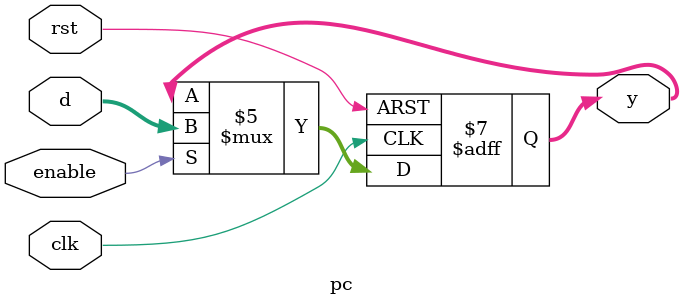
<source format=sv>
module pc(rst, clk, enable, d, y);
	
	input logic clk, rst, enable;
	input logic[31:0] d;
	output logic[31:0] y;
	always@(posedge clk or posedge rst) begin
		if(rst == 1'b1) begin
			y = 32'b0;
		end
		else if(enable == 1'b1) begin
			y = d;
		end
	end	
endmodule
</source>
